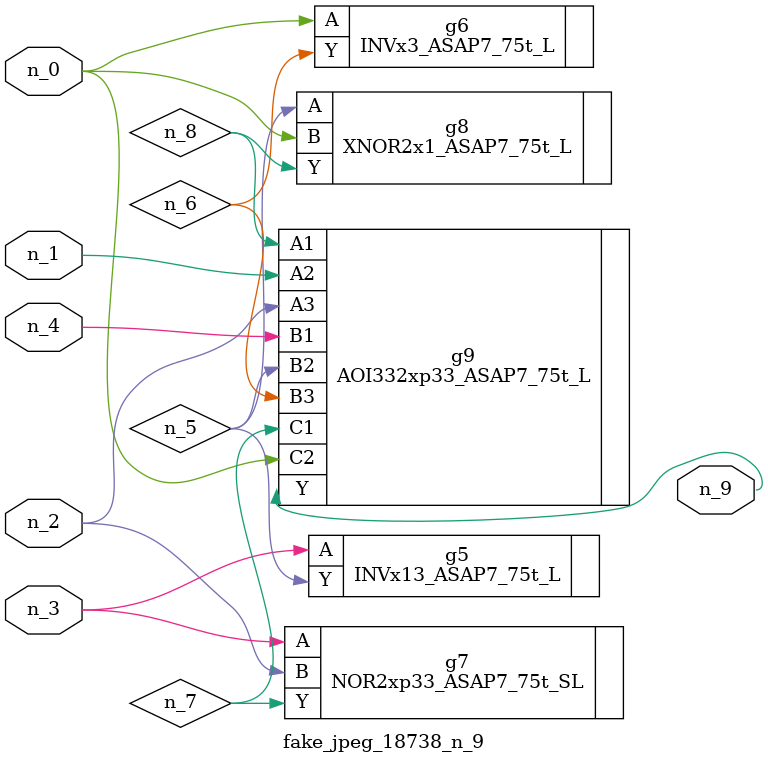
<source format=v>
module fake_jpeg_18738_n_9 (n_3, n_2, n_1, n_0, n_4, n_9);

input n_3;
input n_2;
input n_1;
input n_0;
input n_4;

output n_9;

wire n_8;
wire n_6;
wire n_5;
wire n_7;

INVx13_ASAP7_75t_L g5 ( 
.A(n_3),
.Y(n_5)
);

INVx3_ASAP7_75t_L g6 ( 
.A(n_0),
.Y(n_6)
);

NOR2xp33_ASAP7_75t_SL g7 ( 
.A(n_3),
.B(n_2),
.Y(n_7)
);

XNOR2x1_ASAP7_75t_L g8 ( 
.A(n_5),
.B(n_0),
.Y(n_8)
);

AOI332xp33_ASAP7_75t_L g9 ( 
.A1(n_8),
.A2(n_1),
.A3(n_2),
.B1(n_4),
.B2(n_5),
.B3(n_6),
.C1(n_7),
.C2(n_0),
.Y(n_9)
);


endmodule
</source>
